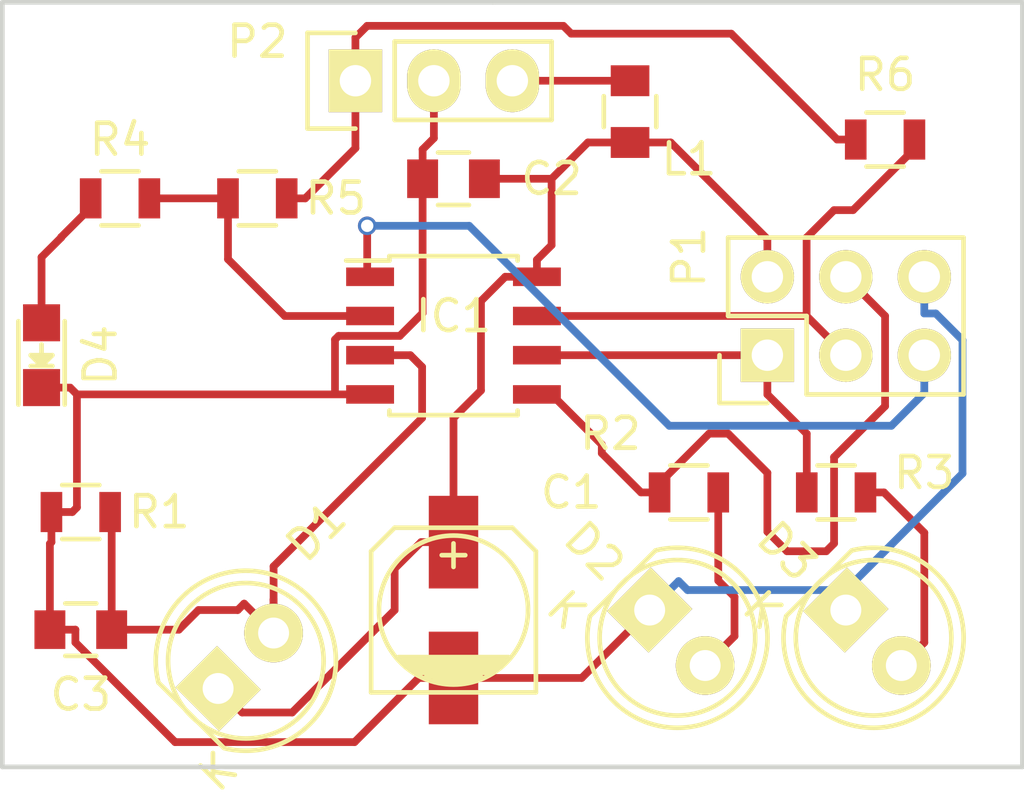
<source format=kicad_pcb>
(kicad_pcb (version 20171130) (host pcbnew "(5.1.12)-1")

  (general
    (thickness 1.6)
    (drawings 5)
    (tracks 141)
    (zones 0)
    (modules 17)
    (nets 14)
  )

  (page A4)
  (layers
    (0 F.Cu signal)
    (31 B.Cu signal)
    (32 B.Adhes user hide)
    (33 F.Adhes user hide)
    (34 B.Paste user)
    (35 F.Paste user)
    (36 B.SilkS user)
    (37 F.SilkS user)
    (38 B.Mask user)
    (39 F.Mask user)
    (40 Dwgs.User user)
    (41 Cmts.User user)
    (42 Eco1.User user)
    (43 Eco2.User user)
    (44 Edge.Cuts user)
    (45 Margin user)
    (46 B.CrtYd user)
    (47 F.CrtYd user)
    (48 B.Fab user)
    (49 F.Fab user)
  )

  (setup
    (last_trace_width 0.25)
    (trace_clearance 0.2)
    (zone_clearance 0.508)
    (zone_45_only no)
    (trace_min 0.2)
    (via_size 0.6)
    (via_drill 0.4)
    (via_min_size 0.4)
    (via_min_drill 0.3)
    (uvia_size 0.3)
    (uvia_drill 0.1)
    (uvias_allowed no)
    (uvia_min_size 0.2)
    (uvia_min_drill 0.1)
    (edge_width 0.15)
    (segment_width 0.2)
    (pcb_text_width 0.3)
    (pcb_text_size 1.5 1.5)
    (mod_edge_width 0.15)
    (mod_text_size 1 1)
    (mod_text_width 0.15)
    (pad_size 1.524 1.524)
    (pad_drill 0.762)
    (pad_to_mask_clearance 0.2)
    (aux_axis_origin 0 0)
    (visible_elements 7FFFFFFF)
    (pcbplotparams
      (layerselection 0x00030_80000001)
      (usegerberextensions false)
      (usegerberattributes true)
      (usegerberadvancedattributes true)
      (creategerberjobfile true)
      (excludeedgelayer true)
      (linewidth 0.100000)
      (plotframeref false)
      (viasonmask false)
      (mode 1)
      (useauxorigin false)
      (hpglpennumber 1)
      (hpglpenspeed 20)
      (hpglpendiameter 15.000000)
      (psnegative false)
      (psa4output false)
      (plotreference true)
      (plotvalue true)
      (plotinvisibletext false)
      (padsonsilk false)
      (subtractmaskfromsilk false)
      (outputformat 1)
      (mirror false)
      (drillshape 1)
      (scaleselection 1)
      (outputdirectory ""))
  )

  (net 0 "")
  (net 1 "Net-(C1-Pad1)")
  (net 2 GND)
  (net 3 VCC)
  (net 4 "Net-(D2-Pad2)")
  (net 5 "Net-(D3-Pad2)")
  (net 6 "Net-(D4-Pad2)")
  (net 7 "Net-(IC1-Pad1)")
  (net 8 "Net-(IC1-Pad2)")
  (net 9 "Net-(IC1-Pad5)")
  (net 10 "Net-(IC1-Pad6)")
  (net 11 "Net-(IC1-Pad7)")
  (net 12 "Net-(L1-Pad2)")
  (net 13 "Net-(P2-Pad1)")

  (net_class Default "This is the default net class."
    (clearance 0.2)
    (trace_width 0.25)
    (via_dia 0.6)
    (via_drill 0.4)
    (uvia_dia 0.3)
    (uvia_drill 0.1)
    (add_net GND)
    (add_net "Net-(C1-Pad1)")
    (add_net "Net-(D2-Pad2)")
    (add_net "Net-(D3-Pad2)")
    (add_net "Net-(D4-Pad2)")
    (add_net "Net-(IC1-Pad1)")
    (add_net "Net-(IC1-Pad2)")
    (add_net "Net-(IC1-Pad5)")
    (add_net "Net-(IC1-Pad6)")
    (add_net "Net-(IC1-Pad7)")
    (add_net "Net-(L1-Pad2)")
    (add_net "Net-(P2-Pad1)")
    (add_net VCC)
  )

  (module LEDs:LED-5MM (layer F.Cu) (tedit 5570F7EA) (tstamp 56EA04A1)
    (at 151.13 104.14 315)
    (descr "LED 5mm round vertical")
    (tags "LED 5mm round vertical")
    (path /56E9FFED)
    (fp_text reference D2 (at -2.617038 -0.077039 315) (layer F.SilkS)
      (effects (font (size 1 1) (thickness 0.15)))
    )
    (fp_text value IR1 (at 1.524 -3.937 315) (layer F.Fab)
      (effects (font (size 1 1) (thickness 0.15)))
    )
    (fp_circle (center 1.27 0) (end 0.97 -2.5) (layer F.SilkS) (width 0.15))
    (fp_line (start -1.23 1.5) (end -1.23 -1.5) (layer F.SilkS) (width 0.15))
    (fp_line (start -1.5 -1.55) (end -1.5 1.55) (layer F.CrtYd) (width 0.05))
    (fp_text user K (at -1.905 1.905 315) (layer F.SilkS)
      (effects (font (size 1 1) (thickness 0.15)))
    )
    (fp_arc (start 1.3 0) (end -1.5 1.55) (angle -302) (layer F.CrtYd) (width 0.05))
    (fp_arc (start 1.27 0) (end -1.23 -1.5) (angle 297.5) (layer F.SilkS) (width 0.15))
    (pad 1 thru_hole rect (at 0 0 45) (size 2 1.9) (drill 1.00076) (layers *.Cu *.Mask F.SilkS)
      (net 2 GND))
    (pad 2 thru_hole circle (at 2.54 0 315) (size 1.9 1.9) (drill 1.00076) (layers *.Cu *.Mask F.SilkS)
      (net 4 "Net-(D2-Pad2)"))
    (model LEDs.3dshapes/LED-5MM.wrl
      (offset (xyz 1.269999980926514 0 0))
      (scale (xyz 1 1 1))
      (rotate (xyz 0 0 90))
    )
  )

  (module Capacitors_SMD:C_0805 (layer F.Cu) (tedit 5415D6EA) (tstamp 56EA048F)
    (at 144.78 90.17 180)
    (descr "Capacitor SMD 0805, reflow soldering, AVX (see smccp.pdf)")
    (tags "capacitor 0805")
    (path /56E9FE32)
    (attr smd)
    (fp_text reference C2 (at -3.175 0 180) (layer F.SilkS)
      (effects (font (size 1 1) (thickness 0.15)))
    )
    (fp_text value 100nF (at 0 2.1 180) (layer F.Fab)
      (effects (font (size 1 1) (thickness 0.15)))
    )
    (fp_line (start -0.5 0.85) (end 0.5 0.85) (layer F.SilkS) (width 0.15))
    (fp_line (start 0.5 -0.85) (end -0.5 -0.85) (layer F.SilkS) (width 0.15))
    (fp_line (start 1.8 -1) (end 1.8 1) (layer F.CrtYd) (width 0.05))
    (fp_line (start -1.8 -1) (end -1.8 1) (layer F.CrtYd) (width 0.05))
    (fp_line (start -1.8 1) (end 1.8 1) (layer F.CrtYd) (width 0.05))
    (fp_line (start -1.8 -1) (end 1.8 -1) (layer F.CrtYd) (width 0.05))
    (pad 1 smd rect (at -1 0 180) (size 1 1.25) (layers F.Cu F.Paste F.Mask)
      (net 1 "Net-(C1-Pad1)"))
    (pad 2 smd rect (at 1 0 180) (size 1 1.25) (layers F.Cu F.Paste F.Mask)
      (net 2 GND))
    (model Capacitors_SMD.3dshapes/C_0805.wrl
      (at (xyz 0 0 0))
      (scale (xyz 1 1 1))
      (rotate (xyz 0 0 0))
    )
  )

  (module Capacitors_SMD:C_0805 (layer F.Cu) (tedit 5415D6EA) (tstamp 56EA0495)
    (at 132.715 104.775 180)
    (descr "Capacitor SMD 0805, reflow soldering, AVX (see smccp.pdf)")
    (tags "capacitor 0805")
    (path /56E9FF0F)
    (attr smd)
    (fp_text reference C3 (at 0 -2.1 180) (layer F.SilkS)
      (effects (font (size 1 1) (thickness 0.15)))
    )
    (fp_text value 1nF (at 0 2.1 180) (layer F.Fab)
      (effects (font (size 1 1) (thickness 0.15)))
    )
    (fp_line (start -0.5 0.85) (end 0.5 0.85) (layer F.SilkS) (width 0.15))
    (fp_line (start 0.5 -0.85) (end -0.5 -0.85) (layer F.SilkS) (width 0.15))
    (fp_line (start 1.8 -1) (end 1.8 1) (layer F.CrtYd) (width 0.05))
    (fp_line (start -1.8 -1) (end -1.8 1) (layer F.CrtYd) (width 0.05))
    (fp_line (start -1.8 1) (end 1.8 1) (layer F.CrtYd) (width 0.05))
    (fp_line (start -1.8 -1) (end 1.8 -1) (layer F.CrtYd) (width 0.05))
    (pad 1 smd rect (at -1 0 180) (size 1 1.25) (layers F.Cu F.Paste F.Mask)
      (net 3 VCC))
    (pad 2 smd rect (at 1 0 180) (size 1 1.25) (layers F.Cu F.Paste F.Mask)
      (net 2 GND))
    (model Capacitors_SMD.3dshapes/C_0805.wrl
      (at (xyz 0 0 0))
      (scale (xyz 1 1 1))
      (rotate (xyz 0 0 0))
    )
  )

  (module LEDs:LED-5MM (layer F.Cu) (tedit 5570F7EA) (tstamp 56EA049B)
    (at 137.16 106.68 45)
    (descr "LED 5mm round vertical")
    (tags "LED 5mm round vertical")
    (path /56EA38D2)
    (fp_text reference D1 (at 5.837166 -1.347038 45) (layer F.SilkS)
      (effects (font (size 1 1) (thickness 0.15)))
    )
    (fp_text value SFH3100F (at 1.524 -3.937 45) (layer F.Fab)
      (effects (font (size 1 1) (thickness 0.15)))
    )
    (fp_circle (center 1.27 0) (end 0.97 -2.5) (layer F.SilkS) (width 0.15))
    (fp_line (start -1.23 1.5) (end -1.23 -1.5) (layer F.SilkS) (width 0.15))
    (fp_line (start -1.5 -1.55) (end -1.5 1.55) (layer F.CrtYd) (width 0.05))
    (fp_text user K (at -1.905 1.905 45) (layer F.SilkS)
      (effects (font (size 1 1) (thickness 0.15)))
    )
    (fp_arc (start 1.3 0) (end -1.5 1.55) (angle -302) (layer F.CrtYd) (width 0.05))
    (fp_arc (start 1.27 0) (end -1.23 -1.5) (angle 297.5) (layer F.SilkS) (width 0.15))
    (pad 1 thru_hole rect (at 0 0 135) (size 2 1.9) (drill 1.00076) (layers *.Cu *.Mask F.SilkS)
      (net 1 "Net-(C1-Pad1)"))
    (pad 2 thru_hole circle (at 2.54 0 45) (size 1.9 1.9) (drill 1.00076) (layers *.Cu *.Mask F.SilkS)
      (net 3 VCC))
    (model LEDs.3dshapes/LED-5MM.wrl
      (offset (xyz 1.269999980926514 0 0))
      (scale (xyz 1 1 1))
      (rotate (xyz 0 0 90))
    )
  )

  (module LEDs:LED-5MM (layer F.Cu) (tedit 5570F7EA) (tstamp 56EA04A7)
    (at 157.48 104.14 315)
    (descr "LED 5mm round vertical")
    (tags "LED 5mm round vertical")
    (path /56EA003D)
    (fp_text reference D3 (at -2.694077 0 315) (layer F.SilkS)
      (effects (font (size 1 1) (thickness 0.15)))
    )
    (fp_text value IR2 (at 1.524 -3.937 315) (layer F.Fab)
      (effects (font (size 1 1) (thickness 0.15)))
    )
    (fp_circle (center 1.27 0) (end 0.97 -2.5) (layer F.SilkS) (width 0.15))
    (fp_line (start -1.23 1.5) (end -1.23 -1.5) (layer F.SilkS) (width 0.15))
    (fp_line (start -1.5 -1.55) (end -1.5 1.55) (layer F.CrtYd) (width 0.05))
    (fp_text user K (at -1.905 1.905 315) (layer F.SilkS)
      (effects (font (size 1 1) (thickness 0.15)))
    )
    (fp_arc (start 1.3 0) (end -1.5 1.55) (angle -302) (layer F.CrtYd) (width 0.05))
    (fp_arc (start 1.27 0) (end -1.23 -1.5) (angle 297.5) (layer F.SilkS) (width 0.15))
    (pad 1 thru_hole rect (at 0 0 45) (size 2 1.9) (drill 1.00076) (layers *.Cu *.Mask F.SilkS)
      (net 2 GND))
    (pad 2 thru_hole circle (at 2.54 0 315) (size 1.9 1.9) (drill 1.00076) (layers *.Cu *.Mask F.SilkS)
      (net 5 "Net-(D3-Pad2)"))
    (model LEDs.3dshapes/LED-5MM.wrl
      (offset (xyz 1.269999980926514 0 0))
      (scale (xyz 1 1 1))
      (rotate (xyz 0 0 90))
    )
  )

  (module LEDs:LED_0805 (layer F.Cu) (tedit 55BDE1C2) (tstamp 56EA04AD)
    (at 131.445 95.885 90)
    (descr "LED 0805 smd package")
    (tags "LED 0805 SMD")
    (path /56EA0088)
    (attr smd)
    (fp_text reference D4 (at 0 1.905 90) (layer F.SilkS)
      (effects (font (size 1 1) (thickness 0.15)))
    )
    (fp_text value PWR (at 0 1.75 90) (layer F.Fab)
      (effects (font (size 1 1) (thickness 0.15)))
    )
    (fp_line (start -1.9 -0.95) (end 1.9 -0.95) (layer F.CrtYd) (width 0.05))
    (fp_line (start -1.9 0.95) (end -1.9 -0.95) (layer F.CrtYd) (width 0.05))
    (fp_line (start 1.9 0.95) (end -1.9 0.95) (layer F.CrtYd) (width 0.05))
    (fp_line (start 1.9 -0.95) (end 1.9 0.95) (layer F.CrtYd) (width 0.05))
    (fp_line (start 0 0.35) (end -0.35 0) (layer F.SilkS) (width 0.15))
    (fp_line (start 0 -0.35) (end 0 0.35) (layer F.SilkS) (width 0.15))
    (fp_line (start -0.35 0) (end 0 -0.35) (layer F.SilkS) (width 0.15))
    (fp_line (start 0 0) (end 0.35 0) (layer F.SilkS) (width 0.15))
    (fp_line (start -0.35 -0.35) (end -0.35 0.35) (layer F.SilkS) (width 0.15))
    (fp_line (start -0.1 -0.1) (end -0.25 0.05) (layer F.SilkS) (width 0.15))
    (fp_line (start -0.1 0.15) (end -0.1 -0.1) (layer F.SilkS) (width 0.15))
    (fp_line (start -1.6 -0.75) (end 1.1 -0.75) (layer F.SilkS) (width 0.15))
    (fp_line (start -1.6 0.75) (end 1.1 0.75) (layer F.SilkS) (width 0.15))
    (pad 2 smd rect (at 1.04902 0 270) (size 1.19888 1.19888) (layers F.Cu F.Paste F.Mask)
      (net 6 "Net-(D4-Pad2)"))
    (pad 1 smd rect (at -1.04902 0 270) (size 1.19888 1.19888) (layers F.Cu F.Paste F.Mask)
      (net 2 GND))
    (model LEDs.3dshapes/LED_0805.wrl
      (at (xyz 0 0 0))
      (scale (xyz 1 1 1))
      (rotate (xyz 0 0 0))
    )
  )

  (module Housings_SOIC:SOIC-8_3.9x4.9mm_Pitch1.27mm (layer F.Cu) (tedit 54130A77) (tstamp 56EA04B9)
    (at 144.78 95.25)
    (descr "8-Lead Plastic Small Outline (SN) - Narrow, 3.90 mm Body [SOIC] (see Microchip Packaging Specification 00000049BS.pdf)")
    (tags "SOIC 1.27")
    (path /56E9FD4A)
    (attr smd)
    (fp_text reference IC1 (at 0 -0.635) (layer F.SilkS)
      (effects (font (size 1 1) (thickness 0.15)))
    )
    (fp_text value ATTINY25-SS (at 0 3.5) (layer F.Fab)
      (effects (font (size 1 1) (thickness 0.15)))
    )
    (fp_line (start -2.075 -2.43) (end -3.475 -2.43) (layer F.SilkS) (width 0.15))
    (fp_line (start -2.075 2.575) (end 2.075 2.575) (layer F.SilkS) (width 0.15))
    (fp_line (start -2.075 -2.575) (end 2.075 -2.575) (layer F.SilkS) (width 0.15))
    (fp_line (start -2.075 2.575) (end -2.075 2.43) (layer F.SilkS) (width 0.15))
    (fp_line (start 2.075 2.575) (end 2.075 2.43) (layer F.SilkS) (width 0.15))
    (fp_line (start 2.075 -2.575) (end 2.075 -2.43) (layer F.SilkS) (width 0.15))
    (fp_line (start -2.075 -2.575) (end -2.075 -2.43) (layer F.SilkS) (width 0.15))
    (fp_line (start -3.75 2.75) (end 3.75 2.75) (layer F.CrtYd) (width 0.05))
    (fp_line (start -3.75 -2.75) (end 3.75 -2.75) (layer F.CrtYd) (width 0.05))
    (fp_line (start 3.75 -2.75) (end 3.75 2.75) (layer F.CrtYd) (width 0.05))
    (fp_line (start -3.75 -2.75) (end -3.75 2.75) (layer F.CrtYd) (width 0.05))
    (pad 1 smd rect (at -2.7 -1.905) (size 1.55 0.6) (layers F.Cu F.Paste F.Mask)
      (net 7 "Net-(IC1-Pad1)"))
    (pad 2 smd rect (at -2.7 -0.635) (size 1.55 0.6) (layers F.Cu F.Paste F.Mask)
      (net 8 "Net-(IC1-Pad2)"))
    (pad 3 smd rect (at -2.7 0.635) (size 1.55 0.6) (layers F.Cu F.Paste F.Mask)
      (net 3 VCC))
    (pad 4 smd rect (at -2.7 1.905) (size 1.55 0.6) (layers F.Cu F.Paste F.Mask)
      (net 2 GND))
    (pad 5 smd rect (at 2.7 1.905) (size 1.55 0.6) (layers F.Cu F.Paste F.Mask)
      (net 9 "Net-(IC1-Pad5)"))
    (pad 6 smd rect (at 2.7 0.635) (size 1.55 0.6) (layers F.Cu F.Paste F.Mask)
      (net 10 "Net-(IC1-Pad6)"))
    (pad 7 smd rect (at 2.7 -0.635) (size 1.55 0.6) (layers F.Cu F.Paste F.Mask)
      (net 11 "Net-(IC1-Pad7)"))
    (pad 8 smd rect (at 2.7 -1.905) (size 1.55 0.6) (layers F.Cu F.Paste F.Mask)
      (net 1 "Net-(C1-Pad1)"))
    (model Housings_SOIC.3dshapes/SOIC-8_3.9x4.9mm_Pitch1.27mm.wrl
      (at (xyz 0 0 0))
      (scale (xyz 1 1 1))
      (rotate (xyz 0 0 0))
    )
  )

  (module Capacitors_SMD:C_0805 (layer F.Cu) (tedit 5415D6EA) (tstamp 56EA04BF)
    (at 150.495 87.995 90)
    (descr "Capacitor SMD 0805, reflow soldering, AVX (see smccp.pdf)")
    (tags "capacitor 0805")
    (path /56EA0229)
    (attr smd)
    (fp_text reference L1 (at -1.54 1.905 180) (layer F.SilkS)
      (effects (font (size 1 1) (thickness 0.15)))
    )
    (fp_text value 1uH (at 0 2.1 90) (layer F.Fab)
      (effects (font (size 1 1) (thickness 0.15)))
    )
    (fp_line (start -0.5 0.85) (end 0.5 0.85) (layer F.SilkS) (width 0.15))
    (fp_line (start 0.5 -0.85) (end -0.5 -0.85) (layer F.SilkS) (width 0.15))
    (fp_line (start 1.8 -1) (end 1.8 1) (layer F.CrtYd) (width 0.05))
    (fp_line (start -1.8 -1) (end -1.8 1) (layer F.CrtYd) (width 0.05))
    (fp_line (start -1.8 1) (end 1.8 1) (layer F.CrtYd) (width 0.05))
    (fp_line (start -1.8 -1) (end 1.8 -1) (layer F.CrtYd) (width 0.05))
    (pad 1 smd rect (at -1 0 90) (size 1 1.25) (layers F.Cu F.Paste F.Mask)
      (net 1 "Net-(C1-Pad1)"))
    (pad 2 smd rect (at 1 0 90) (size 1 1.25) (layers F.Cu F.Paste F.Mask)
      (net 12 "Net-(L1-Pad2)"))
    (model Capacitors_SMD.3dshapes/C_0805.wrl
      (at (xyz 0 0 0))
      (scale (xyz 1 1 1))
      (rotate (xyz 0 0 0))
    )
  )

  (module Pin_Headers:Pin_Header_Straight_2x03 (layer F.Cu) (tedit 54EA0A4B) (tstamp 56EA04C9)
    (at 154.94 95.885 90)
    (descr "Through hole pin header")
    (tags "pin header")
    (path /56EA00EB)
    (fp_text reference P1 (at 3.175 -2.54 90) (layer F.SilkS)
      (effects (font (size 1 1) (thickness 0.15)))
    )
    (fp_text value AVR_ISP (at 0 -3.1 90) (layer F.Fab)
      (effects (font (size 1 1) (thickness 0.15)))
    )
    (fp_line (start 3.81 1.27) (end 3.81 -1.27) (layer F.SilkS) (width 0.15))
    (fp_line (start 3.81 -1.27) (end 1.27 -1.27) (layer F.SilkS) (width 0.15))
    (fp_line (start -1.55 -1.55) (end -1.55 0) (layer F.SilkS) (width 0.15))
    (fp_line (start 3.81 6.35) (end 3.81 1.27) (layer F.SilkS) (width 0.15))
    (fp_line (start -1.27 6.35) (end 3.81 6.35) (layer F.SilkS) (width 0.15))
    (fp_line (start 1.27 1.27) (end -1.27 1.27) (layer F.SilkS) (width 0.15))
    (fp_line (start 1.27 -1.27) (end 1.27 1.27) (layer F.SilkS) (width 0.15))
    (fp_line (start -1.75 6.85) (end 4.3 6.85) (layer F.CrtYd) (width 0.05))
    (fp_line (start -1.75 -1.75) (end 4.3 -1.75) (layer F.CrtYd) (width 0.05))
    (fp_line (start 4.3 -1.75) (end 4.3 6.85) (layer F.CrtYd) (width 0.05))
    (fp_line (start -1.75 -1.75) (end -1.75 6.85) (layer F.CrtYd) (width 0.05))
    (fp_line (start -1.55 -1.55) (end 0 -1.55) (layer F.SilkS) (width 0.15))
    (fp_line (start -1.27 1.27) (end -1.27 6.35) (layer F.SilkS) (width 0.15))
    (pad 1 thru_hole rect (at 0 0 90) (size 1.7272 1.7272) (drill 1.016) (layers *.Cu *.Mask F.SilkS)
      (net 10 "Net-(IC1-Pad6)"))
    (pad 2 thru_hole oval (at 2.54 0 90) (size 1.7272 1.7272) (drill 1.016) (layers *.Cu *.Mask F.SilkS)
      (net 1 "Net-(C1-Pad1)"))
    (pad 3 thru_hole oval (at 0 2.54 90) (size 1.7272 1.7272) (drill 1.016) (layers *.Cu *.Mask F.SilkS)
      (net 11 "Net-(IC1-Pad7)"))
    (pad 4 thru_hole oval (at 2.54 2.54 90) (size 1.7272 1.7272) (drill 1.016) (layers *.Cu *.Mask F.SilkS)
      (net 9 "Net-(IC1-Pad5)"))
    (pad 5 thru_hole oval (at 0 5.08 90) (size 1.7272 1.7272) (drill 1.016) (layers *.Cu *.Mask F.SilkS)
      (net 7 "Net-(IC1-Pad1)"))
    (pad 6 thru_hole oval (at 2.54 5.08 90) (size 1.7272 1.7272) (drill 1.016) (layers *.Cu *.Mask F.SilkS)
      (net 2 GND))
    (model Pin_Headers.3dshapes/Pin_Header_Straight_2x03.wrl
      (offset (xyz 1.269999980926514 -2.539999961853027 0))
      (scale (xyz 1 1 1))
      (rotate (xyz 0 0 90))
    )
  )

  (module Pin_Headers:Pin_Header_Straight_1x03 (layer F.Cu) (tedit 0) (tstamp 56EA04D0)
    (at 141.605 86.995 90)
    (descr "Through hole pin header")
    (tags "pin header")
    (path /56EA01E2)
    (fp_text reference P2 (at 1.27 -3.175 180) (layer F.SilkS)
      (effects (font (size 1 1) (thickness 0.15)))
    )
    (fp_text value OUT (at 0 -3.1 90) (layer F.Fab)
      (effects (font (size 1 1) (thickness 0.15)))
    )
    (fp_line (start -1.55 -1.55) (end 1.55 -1.55) (layer F.SilkS) (width 0.15))
    (fp_line (start -1.55 0) (end -1.55 -1.55) (layer F.SilkS) (width 0.15))
    (fp_line (start 1.27 1.27) (end -1.27 1.27) (layer F.SilkS) (width 0.15))
    (fp_line (start 1.55 -1.55) (end 1.55 0) (layer F.SilkS) (width 0.15))
    (fp_line (start 1.27 6.35) (end 1.27 1.27) (layer F.SilkS) (width 0.15))
    (fp_line (start -1.27 6.35) (end 1.27 6.35) (layer F.SilkS) (width 0.15))
    (fp_line (start -1.27 1.27) (end -1.27 6.35) (layer F.SilkS) (width 0.15))
    (fp_line (start -1.75 6.85) (end 1.75 6.85) (layer F.CrtYd) (width 0.05))
    (fp_line (start -1.75 -1.75) (end 1.75 -1.75) (layer F.CrtYd) (width 0.05))
    (fp_line (start 1.75 -1.75) (end 1.75 6.85) (layer F.CrtYd) (width 0.05))
    (fp_line (start -1.75 -1.75) (end -1.75 6.85) (layer F.CrtYd) (width 0.05))
    (pad 1 thru_hole rect (at 0 0 90) (size 2.032 1.7272) (drill 1.016) (layers *.Cu *.Mask F.SilkS)
      (net 13 "Net-(P2-Pad1)"))
    (pad 2 thru_hole oval (at 0 2.54 90) (size 2.032 1.7272) (drill 1.016) (layers *.Cu *.Mask F.SilkS)
      (net 2 GND))
    (pad 3 thru_hole oval (at 0 5.08 90) (size 2.032 1.7272) (drill 1.016) (layers *.Cu *.Mask F.SilkS)
      (net 12 "Net-(L1-Pad2)"))
    (model Pin_Headers.3dshapes/Pin_Header_Straight_1x03.wrl
      (offset (xyz 0 -2.539999961853027 0))
      (scale (xyz 1 1 1))
      (rotate (xyz 0 0 90))
    )
  )

  (module Resistors_SMD:R_0805 (layer F.Cu) (tedit 5415CDEB) (tstamp 56EA04D6)
    (at 132.715 100.965 180)
    (descr "Resistor SMD 0805, reflow soldering, Vishay (see dcrcw.pdf)")
    (tags "resistor 0805")
    (path /56E9FD98)
    (attr smd)
    (fp_text reference R1 (at -2.54 0 180) (layer F.SilkS)
      (effects (font (size 1 1) (thickness 0.15)))
    )
    (fp_text value 6k8 (at 0 2.1 180) (layer F.Fab)
      (effects (font (size 1 1) (thickness 0.15)))
    )
    (fp_line (start -0.6 -0.875) (end 0.6 -0.875) (layer F.SilkS) (width 0.15))
    (fp_line (start 0.6 0.875) (end -0.6 0.875) (layer F.SilkS) (width 0.15))
    (fp_line (start 1.6 -1) (end 1.6 1) (layer F.CrtYd) (width 0.05))
    (fp_line (start -1.6 -1) (end -1.6 1) (layer F.CrtYd) (width 0.05))
    (fp_line (start -1.6 1) (end 1.6 1) (layer F.CrtYd) (width 0.05))
    (fp_line (start -1.6 -1) (end 1.6 -1) (layer F.CrtYd) (width 0.05))
    (pad 1 smd rect (at -0.95 0 180) (size 0.7 1.3) (layers F.Cu F.Paste F.Mask)
      (net 3 VCC))
    (pad 2 smd rect (at 0.95 0 180) (size 0.7 1.3) (layers F.Cu F.Paste F.Mask)
      (net 2 GND))
    (model Resistors_SMD.3dshapes/R_0805.wrl
      (at (xyz 0 0 0))
      (scale (xyz 1 1 1))
      (rotate (xyz 0 0 0))
    )
  )

  (module Resistors_SMD:R_0805 (layer F.Cu) (tedit 5415CDEB) (tstamp 56EA04DC)
    (at 152.4 100.33)
    (descr "Resistor SMD 0805, reflow soldering, Vishay (see dcrcw.pdf)")
    (tags "resistor 0805")
    (path /56E9FF4F)
    (attr smd)
    (fp_text reference R2 (at -2.54 -1.905) (layer F.SilkS)
      (effects (font (size 1 1) (thickness 0.15)))
    )
    (fp_text value 866R (at 0 2.1) (layer F.Fab)
      (effects (font (size 1 1) (thickness 0.15)))
    )
    (fp_line (start -0.6 -0.875) (end 0.6 -0.875) (layer F.SilkS) (width 0.15))
    (fp_line (start 0.6 0.875) (end -0.6 0.875) (layer F.SilkS) (width 0.15))
    (fp_line (start 1.6 -1) (end 1.6 1) (layer F.CrtYd) (width 0.05))
    (fp_line (start -1.6 -1) (end -1.6 1) (layer F.CrtYd) (width 0.05))
    (fp_line (start -1.6 1) (end 1.6 1) (layer F.CrtYd) (width 0.05))
    (fp_line (start -1.6 -1) (end 1.6 -1) (layer F.CrtYd) (width 0.05))
    (pad 1 smd rect (at -0.95 0) (size 0.7 1.3) (layers F.Cu F.Paste F.Mask)
      (net 9 "Net-(IC1-Pad5)"))
    (pad 2 smd rect (at 0.95 0) (size 0.7 1.3) (layers F.Cu F.Paste F.Mask)
      (net 4 "Net-(D2-Pad2)"))
    (model Resistors_SMD.3dshapes/R_0805.wrl
      (at (xyz 0 0 0))
      (scale (xyz 1 1 1))
      (rotate (xyz 0 0 0))
    )
  )

  (module Resistors_SMD:R_0805 (layer F.Cu) (tedit 5415CDEB) (tstamp 56EA04E2)
    (at 157.165 100.33)
    (descr "Resistor SMD 0805, reflow soldering, Vishay (see dcrcw.pdf)")
    (tags "resistor 0805")
    (path /56E9FF88)
    (attr smd)
    (fp_text reference R3 (at 2.855 -0.635) (layer F.SilkS)
      (effects (font (size 1 1) (thickness 0.15)))
    )
    (fp_text value 1k (at 0 2.1) (layer F.Fab)
      (effects (font (size 1 1) (thickness 0.15)))
    )
    (fp_line (start -0.6 -0.875) (end 0.6 -0.875) (layer F.SilkS) (width 0.15))
    (fp_line (start 0.6 0.875) (end -0.6 0.875) (layer F.SilkS) (width 0.15))
    (fp_line (start 1.6 -1) (end 1.6 1) (layer F.CrtYd) (width 0.05))
    (fp_line (start -1.6 -1) (end -1.6 1) (layer F.CrtYd) (width 0.05))
    (fp_line (start -1.6 1) (end 1.6 1) (layer F.CrtYd) (width 0.05))
    (fp_line (start -1.6 -1) (end 1.6 -1) (layer F.CrtYd) (width 0.05))
    (pad 1 smd rect (at -0.95 0) (size 0.7 1.3) (layers F.Cu F.Paste F.Mask)
      (net 10 "Net-(IC1-Pad6)"))
    (pad 2 smd rect (at 0.95 0) (size 0.7 1.3) (layers F.Cu F.Paste F.Mask)
      (net 5 "Net-(D3-Pad2)"))
    (model Resistors_SMD.3dshapes/R_0805.wrl
      (at (xyz 0 0 0))
      (scale (xyz 1 1 1))
      (rotate (xyz 0 0 0))
    )
  )

  (module Resistors_SMD:R_0805 (layer F.Cu) (tedit 5415CDEB) (tstamp 56EA04E8)
    (at 133.985 90.805 180)
    (descr "Resistor SMD 0805, reflow soldering, Vishay (see dcrcw.pdf)")
    (tags "resistor 0805")
    (path /56E9FFB3)
    (attr smd)
    (fp_text reference R4 (at 0 1.905 180) (layer F.SilkS)
      (effects (font (size 1 1) (thickness 0.15)))
    )
    (fp_text value 330R (at 0 2.1 180) (layer F.Fab)
      (effects (font (size 1 1) (thickness 0.15)))
    )
    (fp_line (start -0.6 -0.875) (end 0.6 -0.875) (layer F.SilkS) (width 0.15))
    (fp_line (start 0.6 0.875) (end -0.6 0.875) (layer F.SilkS) (width 0.15))
    (fp_line (start 1.6 -1) (end 1.6 1) (layer F.CrtYd) (width 0.05))
    (fp_line (start -1.6 -1) (end -1.6 1) (layer F.CrtYd) (width 0.05))
    (fp_line (start -1.6 1) (end 1.6 1) (layer F.CrtYd) (width 0.05))
    (fp_line (start -1.6 -1) (end 1.6 -1) (layer F.CrtYd) (width 0.05))
    (pad 1 smd rect (at -0.95 0 180) (size 0.7 1.3) (layers F.Cu F.Paste F.Mask)
      (net 8 "Net-(IC1-Pad2)"))
    (pad 2 smd rect (at 0.95 0 180) (size 0.7 1.3) (layers F.Cu F.Paste F.Mask)
      (net 6 "Net-(D4-Pad2)"))
    (model Resistors_SMD.3dshapes/R_0805.wrl
      (at (xyz 0 0 0))
      (scale (xyz 1 1 1))
      (rotate (xyz 0 0 0))
    )
  )

  (module Resistors_SMD:R_0805 (layer F.Cu) (tedit 5415CDEB) (tstamp 56EA04EE)
    (at 138.43 90.805 180)
    (descr "Resistor SMD 0805, reflow soldering, Vishay (see dcrcw.pdf)")
    (tags "resistor 0805")
    (path /56EA0147)
    (attr smd)
    (fp_text reference R5 (at -2.54 0 180) (layer F.SilkS)
      (effects (font (size 1 1) (thickness 0.15)))
    )
    (fp_text value 3k (at 0 2.1 180) (layer F.Fab)
      (effects (font (size 1 1) (thickness 0.15)))
    )
    (fp_line (start -0.6 -0.875) (end 0.6 -0.875) (layer F.SilkS) (width 0.15))
    (fp_line (start 0.6 0.875) (end -0.6 0.875) (layer F.SilkS) (width 0.15))
    (fp_line (start 1.6 -1) (end 1.6 1) (layer F.CrtYd) (width 0.05))
    (fp_line (start -1.6 -1) (end -1.6 1) (layer F.CrtYd) (width 0.05))
    (fp_line (start -1.6 1) (end 1.6 1) (layer F.CrtYd) (width 0.05))
    (fp_line (start -1.6 -1) (end 1.6 -1) (layer F.CrtYd) (width 0.05))
    (pad 1 smd rect (at -0.95 0 180) (size 0.7 1.3) (layers F.Cu F.Paste F.Mask)
      (net 13 "Net-(P2-Pad1)"))
    (pad 2 smd rect (at 0.95 0 180) (size 0.7 1.3) (layers F.Cu F.Paste F.Mask)
      (net 8 "Net-(IC1-Pad2)"))
    (model Resistors_SMD.3dshapes/R_0805.wrl
      (at (xyz 0 0 0))
      (scale (xyz 1 1 1))
      (rotate (xyz 0 0 0))
    )
  )

  (module Resistors_SMD:R_0805 (layer F.Cu) (tedit 5415CDEB) (tstamp 56EA04F4)
    (at 158.75 88.9)
    (descr "Resistor SMD 0805, reflow soldering, Vishay (see dcrcw.pdf)")
    (tags "resistor 0805")
    (path /56EA01A0)
    (attr smd)
    (fp_text reference R6 (at 0 -2.1) (layer F.SilkS)
      (effects (font (size 1 1) (thickness 0.15)))
    )
    (fp_text value 3k3 (at 0 2.1) (layer F.Fab)
      (effects (font (size 1 1) (thickness 0.15)))
    )
    (fp_line (start -0.6 -0.875) (end 0.6 -0.875) (layer F.SilkS) (width 0.15))
    (fp_line (start 0.6 0.875) (end -0.6 0.875) (layer F.SilkS) (width 0.15))
    (fp_line (start 1.6 -1) (end 1.6 1) (layer F.CrtYd) (width 0.05))
    (fp_line (start -1.6 -1) (end -1.6 1) (layer F.CrtYd) (width 0.05))
    (fp_line (start -1.6 1) (end 1.6 1) (layer F.CrtYd) (width 0.05))
    (fp_line (start -1.6 -1) (end 1.6 -1) (layer F.CrtYd) (width 0.05))
    (pad 1 smd rect (at -0.95 0) (size 0.7 1.3) (layers F.Cu F.Paste F.Mask)
      (net 13 "Net-(P2-Pad1)"))
    (pad 2 smd rect (at 0.95 0) (size 0.7 1.3) (layers F.Cu F.Paste F.Mask)
      (net 11 "Net-(IC1-Pad7)"))
    (model Resistors_SMD.3dshapes/R_0805.wrl
      (at (xyz 0 0 0))
      (scale (xyz 1 1 1))
      (rotate (xyz 0 0 0))
    )
  )

  (module Capacitors_SMD:c_elec_5x5.7 (layer F.Cu) (tedit 55725CEC) (tstamp 56EA0591)
    (at 144.78 104.14 90)
    (descr "SMT capacitor, aluminium electrolytic, 5x5.7")
    (path /56E9FDD8)
    (attr smd)
    (fp_text reference C1 (at 3.81 3.81 180) (layer F.SilkS)
      (effects (font (size 1 1) (thickness 0.15)))
    )
    (fp_text value "22uF 25v" (at 0 3.81 90) (layer F.Fab)
      (effects (font (size 1 1) (thickness 0.15)))
    )
    (fp_circle (center 0 0) (end -2.413 0) (layer F.SilkS) (width 0.15))
    (fp_line (start 1.778 -0.381) (end 1.778 0.381) (layer F.SilkS) (width 0.15))
    (fp_line (start 2.159 0) (end 1.397 0) (layer F.SilkS) (width 0.15))
    (fp_line (start -2.667 2.667) (end -2.667 -2.667) (layer F.SilkS) (width 0.15))
    (fp_line (start 1.905 2.667) (end -2.667 2.667) (layer F.SilkS) (width 0.15))
    (fp_line (start 2.667 1.905) (end 1.905 2.667) (layer F.SilkS) (width 0.15))
    (fp_line (start 2.667 -1.905) (end 2.667 1.905) (layer F.SilkS) (width 0.15))
    (fp_line (start 1.905 -2.667) (end 2.667 -1.905) (layer F.SilkS) (width 0.15))
    (fp_line (start -2.667 -2.667) (end 1.905 -2.667) (layer F.SilkS) (width 0.15))
    (fp_line (start -1.524 -1.778) (end -1.524 1.778) (layer F.SilkS) (width 0.15))
    (fp_line (start -1.651 1.651) (end -1.651 -1.651) (layer F.SilkS) (width 0.15))
    (fp_line (start -1.778 -1.524) (end -1.778 1.524) (layer F.SilkS) (width 0.15))
    (fp_line (start -1.905 1.397) (end -1.905 -1.397) (layer F.SilkS) (width 0.15))
    (fp_line (start -2.032 -1.27) (end -2.032 1.27) (layer F.SilkS) (width 0.15))
    (fp_line (start -2.159 -0.889) (end -2.159 0.889) (layer F.SilkS) (width 0.15))
    (fp_line (start -2.286 -0.635) (end -2.286 0.762) (layer F.SilkS) (width 0.15))
    (fp_line (start -3.95 3) (end -3.95 -3) (layer F.CrtYd) (width 0.05))
    (fp_line (start 3.95 3) (end -3.95 3) (layer F.CrtYd) (width 0.05))
    (fp_line (start 3.95 -3) (end 3.95 3) (layer F.CrtYd) (width 0.05))
    (fp_line (start -3.95 -3) (end 3.95 -3) (layer F.CrtYd) (width 0.05))
    (pad 1 smd rect (at 2.19964 0 90) (size 2.99974 1.6002) (layers F.Cu F.Paste F.Mask)
      (net 1 "Net-(C1-Pad1)"))
    (pad 2 smd rect (at -2.19964 0 90) (size 2.99974 1.6002) (layers F.Cu F.Paste F.Mask)
      (net 2 GND))
    (model Capacitors_SMD.3dshapes/c_elec_5x5.7.wrl
      (at (xyz 0 0 0))
      (scale (xyz 1 1 1))
      (rotate (xyz 0 0 0))
    )
  )

  (gr_line (start 163.195 84.455) (end 146.05 84.455) (layer Edge.Cuts) (width 0.15))
  (gr_line (start 163.195 109.22) (end 163.195 84.455) (layer Edge.Cuts) (width 0.15))
  (gr_line (start 130.175 109.22) (end 163.195 109.22) (layer Edge.Cuts) (width 0.15))
  (gr_line (start 130.175 84.455) (end 130.175 109.22) (layer Edge.Cuts) (width 0.15))
  (gr_line (start 146.05 84.455) (end 130.175 84.455) (layer Edge.Cuts) (width 0.15))

  (segment (start 144.7796 101.94) (end 144.78 101.9404) (width 0.25) (layer F.Cu) (net 1))
  (segment (start 144.7796 101.94) (end 144.78 101.94) (width 0.25) (layer F.Cu) (net 1))
  (segment (start 144.78 101.94) (end 144.78 97.917) (width 0.25) (layer F.Cu) (net 1))
  (segment (start 144.78 97.917) (end 145.669 97.028) (width 0.25) (layer F.Cu) (net 1))
  (segment (start 145.669 97.028) (end 145.669 94.131) (width 0.25) (layer F.Cu) (net 1))
  (segment (start 145.669 94.131) (end 146.455 93.345) (width 0.25) (layer F.Cu) (net 1))
  (segment (start 146.455 93.345) (end 147.48 93.345) (width 0.25) (layer F.Cu) (net 1))
  (segment (start 137.16 106.68) (end 137.938 107.458) (width 0.25) (layer F.Cu) (net 1))
  (segment (start 137.938 107.458) (end 139.557 107.458) (width 0.25) (layer F.Cu) (net 1))
  (segment (start 139.557 107.458) (end 142.875 104.14) (width 0.25) (layer F.Cu) (net 1))
  (segment (start 142.875 104.14) (end 142.875 102.795) (width 0.25) (layer F.Cu) (net 1))
  (segment (start 142.875 102.795) (end 143.73 101.94) (width 0.25) (layer F.Cu) (net 1))
  (segment (start 143.73 101.94) (end 144.7796 101.94) (width 0.25) (layer F.Cu) (net 1))
  (segment (start 145.78 90.17) (end 147.955 90.17) (width 0.25) (layer F.Cu) (net 1))
  (segment (start 147.955 90.17) (end 149.13 88.995) (width 0.25) (layer F.Cu) (net 1))
  (segment (start 149.13 88.995) (end 150.495 88.995) (width 0.25) (layer F.Cu) (net 1))
  (segment (start 154.94 93.345) (end 154.94 92.1237) (width 0.25) (layer F.Cu) (net 1))
  (segment (start 154.94 92.1237) (end 151.811 88.995) (width 0.25) (layer F.Cu) (net 1))
  (segment (start 151.811 88.995) (end 150.495 88.995) (width 0.25) (layer F.Cu) (net 1))
  (segment (start 147.48 93.345) (end 147.48 92.795) (width 0.25) (layer F.Cu) (net 1))
  (segment (start 147.48 92.795) (end 147.955 92.32) (width 0.25) (layer F.Cu) (net 1))
  (segment (start 147.955 92.32) (end 147.955 90.17) (width 0.25) (layer F.Cu) (net 1))
  (segment (start 157.48 103.4925) (end 152.3566 103.4925) (width 0.25) (layer B.Cu) (net 2))
  (segment (start 152.3566 103.4925) (end 152.0671 103.2029) (width 0.25) (layer B.Cu) (net 2))
  (segment (start 160.02 94.5337) (end 160.3915 94.5337) (width 0.25) (layer B.Cu) (net 2))
  (segment (start 160.3915 94.5337) (end 161.2561 95.3983) (width 0.25) (layer B.Cu) (net 2))
  (segment (start 161.2561 95.3983) (end 161.2561 99.7164) (width 0.25) (layer B.Cu) (net 2))
  (segment (start 161.2561 99.7164) (end 157.48 103.4925) (width 0.25) (layer B.Cu) (net 2))
  (segment (start 157.48 103.4925) (end 157.48 104.14) (width 0.25) (layer B.Cu) (net 2))
  (segment (start 151.13 104.14) (end 152.0671 103.2029) (width 0.25) (layer B.Cu) (net 2))
  (segment (start 144.78 106.3396) (end 143.6548 106.3396) (width 0.25) (layer F.Cu) (net 2))
  (segment (start 131.715 104.775) (end 132.5401 104.775) (width 0.25) (layer F.Cu) (net 2))
  (segment (start 132.5401 104.775) (end 132.5401 105.1876) (width 0.25) (layer F.Cu) (net 2))
  (segment (start 132.5401 105.1876) (end 135.7697 108.4172) (width 0.25) (layer F.Cu) (net 2))
  (segment (start 135.7697 108.4172) (end 141.5772 108.4172) (width 0.25) (layer F.Cu) (net 2))
  (segment (start 141.5772 108.4172) (end 143.6548 106.3396) (width 0.25) (layer F.Cu) (net 2))
  (segment (start 131.765 101.9401) (end 131.715 101.9901) (width 0.25) (layer F.Cu) (net 2))
  (segment (start 131.715 101.9901) (end 131.715 104.775) (width 0.25) (layer F.Cu) (net 2))
  (segment (start 140.9438 97.155) (end 142.08 97.155) (width 0.25) (layer F.Cu) (net 2))
  (segment (start 132.5905 97.155) (end 140.9438 97.155) (width 0.25) (layer F.Cu) (net 2))
  (segment (start 140.9438 97.155) (end 140.9438 95.3782) (width 0.25) (layer F.Cu) (net 2))
  (segment (start 140.9438 95.3782) (end 141.0622 95.2598) (width 0.25) (layer F.Cu) (net 2))
  (segment (start 141.0622 95.2598) (end 143.0414 95.2598) (width 0.25) (layer F.Cu) (net 2))
  (segment (start 143.0414 95.2598) (end 143.78 94.5212) (width 0.25) (layer F.Cu) (net 2))
  (segment (start 143.78 94.5212) (end 143.78 90.17) (width 0.25) (layer F.Cu) (net 2))
  (segment (start 131.765 100.965) (end 132.4401 100.965) (width 0.25) (layer F.Cu) (net 2))
  (segment (start 132.5905 97.155) (end 132.3695 96.934) (width 0.25) (layer F.Cu) (net 2))
  (segment (start 132.5905 97.155) (end 132.5905 100.8146) (width 0.25) (layer F.Cu) (net 2))
  (segment (start 132.5905 100.8146) (end 132.4401 100.965) (width 0.25) (layer F.Cu) (net 2))
  (segment (start 131.445 96.934) (end 132.3695 96.934) (width 0.25) (layer F.Cu) (net 2))
  (segment (start 160.02 93.345) (end 160.02 94.5337) (width 0.25) (layer B.Cu) (net 2))
  (segment (start 143.78 90.17) (end 143.78 89.2199) (width 0.25) (layer F.Cu) (net 2))
  (segment (start 144.145 86.995) (end 144.145 88.8549) (width 0.25) (layer F.Cu) (net 2))
  (segment (start 144.145 88.8549) (end 143.78 89.2199) (width 0.25) (layer F.Cu) (net 2))
  (segment (start 131.765 100.965) (end 131.765 101.9401) (width 0.25) (layer F.Cu) (net 2))
  (segment (start 144.78 106.3396) (end 148.9304 106.3396) (width 0.25) (layer F.Cu) (net 2))
  (segment (start 148.9304 106.3396) (end 151.13 104.14) (width 0.25) (layer F.Cu) (net 2))
  (segment (start 138.956 103.8045) (end 138.9561 103.8046) (width 0.25) (layer F.Cu) (net 3))
  (segment (start 138.9561 103.8046) (end 138.9561 104.8839) (width 0.25) (layer F.Cu) (net 3))
  (segment (start 138.956 103.8045) (end 138.956 102.725) (width 0.25) (layer F.Cu) (net 3))
  (segment (start 138.956 102.725) (end 143.764 97.917) (width 0.25) (layer F.Cu) (net 3))
  (segment (start 143.764 97.917) (end 143.764 96.266) (width 0.25) (layer F.Cu) (net 3))
  (segment (start 143.764 96.266) (end 143.383 95.885) (width 0.25) (layer F.Cu) (net 3))
  (segment (start 143.383 95.885) (end 142.08 95.885) (width 0.25) (layer F.Cu) (net 3))
  (segment (start 133.715 104.775) (end 135.89 104.775) (width 0.25) (layer F.Cu) (net 3))
  (segment (start 135.89 104.775) (end 136.525 104.14) (width 0.25) (layer F.Cu) (net 3))
  (segment (start 136.525 104.14) (end 137.795 104.14) (width 0.25) (layer F.Cu) (net 3))
  (segment (start 137.795 104.14) (end 138.001 103.934) (width 0.25) (layer F.Cu) (net 3))
  (segment (start 138.001 103.934) (end 138.006 103.934) (width 0.25) (layer F.Cu) (net 3))
  (segment (start 138.006 103.934) (end 138.956 104.884) (width 0.25) (layer F.Cu) (net 3))
  (segment (start 138.956 104.884) (end 138.956 103.8045) (width 0.25) (layer F.Cu) (net 3))
  (segment (start 133.715 104.775) (end 133.715 101.015) (width 0.25) (layer F.Cu) (net 3))
  (segment (start 133.715 101.015) (end 133.665 100.965) (width 0.25) (layer F.Cu) (net 3))
  (segment (start 152.9261 105.9359) (end 152.9261 105.9361) (width 0.25) (layer F.Cu) (net 4))
  (segment (start 152.9261 105.9359) (end 153.876 104.986) (width 0.25) (layer F.Cu) (net 4))
  (segment (start 153.876 104.986) (end 153.876 103.711) (width 0.25) (layer F.Cu) (net 4))
  (segment (start 153.876 103.711) (end 153.35 103.185) (width 0.25) (layer F.Cu) (net 4))
  (segment (start 153.35 103.185) (end 153.35 100.33) (width 0.25) (layer F.Cu) (net 4))
  (segment (start 152.926 105.936) (end 152.9261 105.9359) (width 0.25) (layer F.Cu) (net 4))
  (segment (start 159.2761 105.9359) (end 159.2761 105.9361) (width 0.25) (layer F.Cu) (net 5))
  (segment (start 159.2761 105.9359) (end 160.02 105.192) (width 0.25) (layer F.Cu) (net 5))
  (segment (start 160.02 105.192) (end 160.02 101.635) (width 0.25) (layer F.Cu) (net 5))
  (segment (start 160.02 101.635) (end 158.715 100.33) (width 0.25) (layer F.Cu) (net 5))
  (segment (start 158.715 100.33) (end 158.115 100.33) (width 0.25) (layer F.Cu) (net 5))
  (segment (start 159.276 105.936) (end 159.2761 105.9359) (width 0.25) (layer F.Cu) (net 5))
  (segment (start 133.035 90.805) (end 133.035 91.105) (width 0.25) (layer F.Cu) (net 6))
  (segment (start 133.035 91.105) (end 132.08 92.06) (width 0.25) (layer F.Cu) (net 6))
  (segment (start 132.08 92.06) (end 132.08 92.075) (width 0.25) (layer F.Cu) (net 6))
  (segment (start 132.08 92.075) (end 131.445 92.71) (width 0.25) (layer F.Cu) (net 6))
  (segment (start 131.445 92.71) (end 131.445 94.836) (width 0.25) (layer F.Cu) (net 6))
  (segment (start 160.02 95.885) (end 160.02 97.1063) (width 0.25) (layer B.Cu) (net 7))
  (segment (start 160.02 97.1063) (end 158.955 98.171) (width 0.25) (layer B.Cu) (net 7))
  (segment (start 158.955 98.171) (end 151.765 98.171) (width 0.25) (layer B.Cu) (net 7))
  (segment (start 151.765 98.171) (end 145.288 91.694) (width 0.25) (layer B.Cu) (net 7))
  (segment (start 145.288 91.694) (end 141.986 91.694) (width 0.25) (layer B.Cu) (net 7))
  (segment (start 141.986 91.694) (end 141.986 93.251) (width 0.25) (layer F.Cu) (net 7))
  (segment (start 141.986 93.251) (end 142.08 93.345) (width 0.25) (layer F.Cu) (net 7))
  (via (at 141.986 91.694) (size 0.6) (layers F.Cu B.Cu) (net 7))
  (segment (start 137.48 90.805) (end 134.935 90.805) (width 0.25) (layer F.Cu) (net 8))
  (segment (start 137.48 90.805) (end 137.48 92.776) (width 0.25) (layer F.Cu) (net 8))
  (segment (start 137.48 92.776) (end 139.319 94.615) (width 0.25) (layer F.Cu) (net 8))
  (segment (start 139.319 94.615) (end 142.08 94.615) (width 0.25) (layer F.Cu) (net 8))
  (segment (start 151.45 100.33) (end 150.85 100.33) (width 0.25) (layer F.Cu) (net 9))
  (segment (start 150.85 100.33) (end 149.58 99.06) (width 0.25) (layer F.Cu) (net 9))
  (segment (start 149.58 99.06) (end 149.58 98.78) (width 0.25) (layer F.Cu) (net 9))
  (segment (start 149.58 98.78) (end 147.955 97.155) (width 0.25) (layer F.Cu) (net 9))
  (segment (start 147.955 97.155) (end 147.48 97.155) (width 0.25) (layer F.Cu) (net 9))
  (segment (start 151.45 100.33) (end 151.45 100.03) (width 0.25) (layer F.Cu) (net 9))
  (segment (start 151.45 100.03) (end 153.055 98.425) (width 0.25) (layer F.Cu) (net 9))
  (segment (start 153.055 98.425) (end 153.67 98.425) (width 0.25) (layer F.Cu) (net 9))
  (segment (start 153.67 98.425) (end 154.94 99.695) (width 0.25) (layer F.Cu) (net 9))
  (segment (start 154.94 99.695) (end 154.94 101.6) (width 0.25) (layer F.Cu) (net 9))
  (segment (start 154.94 101.6) (end 155.575 102.235) (width 0.25) (layer F.Cu) (net 9))
  (segment (start 155.575 102.235) (end 156.845 102.235) (width 0.25) (layer F.Cu) (net 9))
  (segment (start 156.845 102.235) (end 157.099 101.981) (width 0.25) (layer F.Cu) (net 9))
  (segment (start 157.099 101.981) (end 157.099 99.187) (width 0.25) (layer F.Cu) (net 9))
  (segment (start 157.099 99.187) (end 158.75 97.536) (width 0.25) (layer F.Cu) (net 9))
  (segment (start 158.75 97.536) (end 158.75 94.615) (width 0.25) (layer F.Cu) (net 9))
  (segment (start 158.75 94.615) (end 157.48 93.345) (width 0.25) (layer F.Cu) (net 9))
  (segment (start 147.48 95.885) (end 154.94 95.885) (width 0.25) (layer F.Cu) (net 10))
  (segment (start 156.215 100.33) (end 156.215 98.43) (width 0.25) (layer F.Cu) (net 10))
  (segment (start 156.215 98.43) (end 154.94 97.155) (width 0.25) (layer F.Cu) (net 10))
  (segment (start 154.94 97.155) (end 154.94 95.885) (width 0.25) (layer F.Cu) (net 10))
  (segment (start 156.21 94.615) (end 157.48 95.885) (width 0.25) (layer F.Cu) (net 11))
  (segment (start 147.48 94.615) (end 156.21 94.615) (width 0.25) (layer F.Cu) (net 11))
  (segment (start 156.21 94.615) (end 156.21 92.075) (width 0.25) (layer F.Cu) (net 11))
  (segment (start 156.21 92.075) (end 157.099 91.186) (width 0.25) (layer F.Cu) (net 11))
  (segment (start 157.099 91.186) (end 157.714 91.186) (width 0.25) (layer F.Cu) (net 11))
  (segment (start 157.714 91.186) (end 159.7 89.2) (width 0.25) (layer F.Cu) (net 11))
  (segment (start 159.7 89.2) (end 159.7 88.9) (width 0.25) (layer F.Cu) (net 11))
  (segment (start 150.495 86.995) (end 146.685 86.995) (width 0.25) (layer F.Cu) (net 12))
  (segment (start 139.38 90.805) (end 139.98 90.805) (width 0.25) (layer F.Cu) (net 13))
  (segment (start 139.98 90.805) (end 141.605 89.18) (width 0.25) (layer F.Cu) (net 13))
  (segment (start 141.605 89.18) (end 141.605 86.995) (width 0.25) (layer F.Cu) (net 13))
  (segment (start 157.8 88.9) (end 157.2 88.9) (width 0.25) (layer F.Cu) (net 13))
  (segment (start 157.2 88.9) (end 153.771 85.471) (width 0.25) (layer F.Cu) (net 13))
  (segment (start 153.771 85.471) (end 148.59 85.471) (width 0.25) (layer F.Cu) (net 13))
  (segment (start 148.59 85.471) (end 148.336 85.217) (width 0.25) (layer F.Cu) (net 13))
  (segment (start 148.336 85.217) (end 141.986 85.217) (width 0.25) (layer F.Cu) (net 13))
  (segment (start 141.986 85.217) (end 141.605 85.598) (width 0.25) (layer F.Cu) (net 13))
  (segment (start 141.605 85.598) (end 141.605 86.995) (width 0.25) (layer F.Cu) (net 13))

)

</source>
